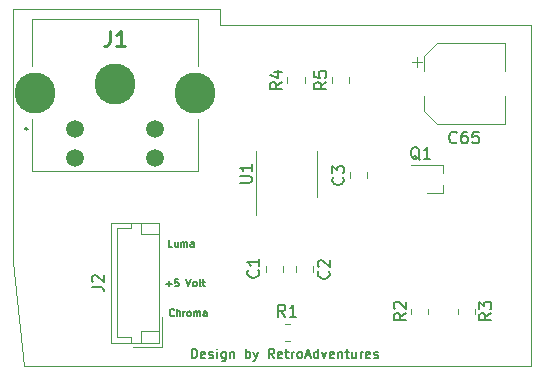
<source format=gbr>
G04 #@! TF.GenerationSoftware,KiCad,Pcbnew,(6.0.10)*
G04 #@! TF.CreationDate,2023-01-19T02:18:08+01:00*
G04 #@! TF.ProjectId,S-VHS ZX Spectrum Rev. D,532d5648-5320-45a5-9820-537065637472,rev?*
G04 #@! TF.SameCoordinates,Original*
G04 #@! TF.FileFunction,Legend,Top*
G04 #@! TF.FilePolarity,Positive*
%FSLAX46Y46*%
G04 Gerber Fmt 4.6, Leading zero omitted, Abs format (unit mm)*
G04 Created by KiCad (PCBNEW (6.0.10)) date 2023-01-19 02:18:08*
%MOMM*%
%LPD*%
G01*
G04 APERTURE LIST*
G04 #@! TA.AperFunction,Profile*
%ADD10C,0.050000*%
G04 #@! TD*
%ADD11C,0.150000*%
%ADD12C,0.200000*%
%ADD13C,0.254000*%
%ADD14C,0.120000*%
%ADD15C,0.100000*%
%ADD16C,1.500000*%
%ADD17C,3.465000*%
G04 APERTURE END LIST*
D10*
X135763000Y-105283000D02*
X136652000Y-114046000D01*
X179578000Y-85217000D02*
X179578000Y-114046000D01*
X135763000Y-83820000D02*
X135763000Y-105283000D01*
X179578000Y-85217000D02*
X153289000Y-85217000D01*
X153289000Y-83820000D02*
X135763000Y-83820000D01*
X179578000Y-114046000D02*
X136652000Y-114046000D01*
X153289000Y-85217000D02*
X153289000Y-83820000D01*
D11*
X149242857Y-103971428D02*
X148957142Y-103971428D01*
X148957142Y-103371428D01*
X149700000Y-103571428D02*
X149700000Y-103971428D01*
X149442857Y-103571428D02*
X149442857Y-103885714D01*
X149471428Y-103942857D01*
X149528571Y-103971428D01*
X149614285Y-103971428D01*
X149671428Y-103942857D01*
X149700000Y-103914285D01*
X149985714Y-103971428D02*
X149985714Y-103571428D01*
X149985714Y-103628571D02*
X150014285Y-103600000D01*
X150071428Y-103571428D01*
X150157142Y-103571428D01*
X150214285Y-103600000D01*
X150242857Y-103657142D01*
X150242857Y-103971428D01*
X150242857Y-103657142D02*
X150271428Y-103600000D01*
X150328571Y-103571428D01*
X150414285Y-103571428D01*
X150471428Y-103600000D01*
X150500000Y-103657142D01*
X150500000Y-103971428D01*
X151042857Y-103971428D02*
X151042857Y-103657142D01*
X151014285Y-103600000D01*
X150957142Y-103571428D01*
X150842857Y-103571428D01*
X150785714Y-103600000D01*
X151042857Y-103942857D02*
X150985714Y-103971428D01*
X150842857Y-103971428D01*
X150785714Y-103942857D01*
X150757142Y-103885714D01*
X150757142Y-103828571D01*
X150785714Y-103771428D01*
X150842857Y-103742857D01*
X150985714Y-103742857D01*
X151042857Y-103714285D01*
X149365714Y-109774285D02*
X149337142Y-109802857D01*
X149251428Y-109831428D01*
X149194285Y-109831428D01*
X149108571Y-109802857D01*
X149051428Y-109745714D01*
X149022857Y-109688571D01*
X148994285Y-109574285D01*
X148994285Y-109488571D01*
X149022857Y-109374285D01*
X149051428Y-109317142D01*
X149108571Y-109260000D01*
X149194285Y-109231428D01*
X149251428Y-109231428D01*
X149337142Y-109260000D01*
X149365714Y-109288571D01*
X149622857Y-109831428D02*
X149622857Y-109231428D01*
X149880000Y-109831428D02*
X149880000Y-109517142D01*
X149851428Y-109460000D01*
X149794285Y-109431428D01*
X149708571Y-109431428D01*
X149651428Y-109460000D01*
X149622857Y-109488571D01*
X150165714Y-109831428D02*
X150165714Y-109431428D01*
X150165714Y-109545714D02*
X150194285Y-109488571D01*
X150222857Y-109460000D01*
X150280000Y-109431428D01*
X150337142Y-109431428D01*
X150622857Y-109831428D02*
X150565714Y-109802857D01*
X150537142Y-109774285D01*
X150508571Y-109717142D01*
X150508571Y-109545714D01*
X150537142Y-109488571D01*
X150565714Y-109460000D01*
X150622857Y-109431428D01*
X150708571Y-109431428D01*
X150765714Y-109460000D01*
X150794285Y-109488571D01*
X150822857Y-109545714D01*
X150822857Y-109717142D01*
X150794285Y-109774285D01*
X150765714Y-109802857D01*
X150708571Y-109831428D01*
X150622857Y-109831428D01*
X151080000Y-109831428D02*
X151080000Y-109431428D01*
X151080000Y-109488571D02*
X151108571Y-109460000D01*
X151165714Y-109431428D01*
X151251428Y-109431428D01*
X151308571Y-109460000D01*
X151337142Y-109517142D01*
X151337142Y-109831428D01*
X151337142Y-109517142D02*
X151365714Y-109460000D01*
X151422857Y-109431428D01*
X151508571Y-109431428D01*
X151565714Y-109460000D01*
X151594285Y-109517142D01*
X151594285Y-109831428D01*
X152137142Y-109831428D02*
X152137142Y-109517142D01*
X152108571Y-109460000D01*
X152051428Y-109431428D01*
X151937142Y-109431428D01*
X151880000Y-109460000D01*
X152137142Y-109802857D02*
X152080000Y-109831428D01*
X151937142Y-109831428D01*
X151880000Y-109802857D01*
X151851428Y-109745714D01*
X151851428Y-109688571D01*
X151880000Y-109631428D01*
X151937142Y-109602857D01*
X152080000Y-109602857D01*
X152137142Y-109574285D01*
X148710000Y-107092857D02*
X149167142Y-107092857D01*
X148938571Y-107321428D02*
X148938571Y-106864285D01*
X149738571Y-106721428D02*
X149452857Y-106721428D01*
X149424285Y-107007142D01*
X149452857Y-106978571D01*
X149510000Y-106950000D01*
X149652857Y-106950000D01*
X149710000Y-106978571D01*
X149738571Y-107007142D01*
X149767142Y-107064285D01*
X149767142Y-107207142D01*
X149738571Y-107264285D01*
X149710000Y-107292857D01*
X149652857Y-107321428D01*
X149510000Y-107321428D01*
X149452857Y-107292857D01*
X149424285Y-107264285D01*
X150395714Y-106721428D02*
X150595714Y-107321428D01*
X150795714Y-106721428D01*
X151081428Y-107321428D02*
X151024285Y-107292857D01*
X150995714Y-107264285D01*
X150967142Y-107207142D01*
X150967142Y-107035714D01*
X150995714Y-106978571D01*
X151024285Y-106950000D01*
X151081428Y-106921428D01*
X151167142Y-106921428D01*
X151224285Y-106950000D01*
X151252857Y-106978571D01*
X151281428Y-107035714D01*
X151281428Y-107207142D01*
X151252857Y-107264285D01*
X151224285Y-107292857D01*
X151167142Y-107321428D01*
X151081428Y-107321428D01*
X151624285Y-107321428D02*
X151567142Y-107292857D01*
X151538571Y-107235714D01*
X151538571Y-106721428D01*
X151767142Y-106921428D02*
X151995714Y-106921428D01*
X151852857Y-106721428D02*
X151852857Y-107235714D01*
X151881428Y-107292857D01*
X151938571Y-107321428D01*
X151995714Y-107321428D01*
D12*
X150883333Y-113391904D02*
X150883333Y-112591904D01*
X151073809Y-112591904D01*
X151188095Y-112630000D01*
X151264285Y-112706190D01*
X151302380Y-112782380D01*
X151340476Y-112934761D01*
X151340476Y-113049047D01*
X151302380Y-113201428D01*
X151264285Y-113277619D01*
X151188095Y-113353809D01*
X151073809Y-113391904D01*
X150883333Y-113391904D01*
X151988095Y-113353809D02*
X151911904Y-113391904D01*
X151759523Y-113391904D01*
X151683333Y-113353809D01*
X151645238Y-113277619D01*
X151645238Y-112972857D01*
X151683333Y-112896666D01*
X151759523Y-112858571D01*
X151911904Y-112858571D01*
X151988095Y-112896666D01*
X152026190Y-112972857D01*
X152026190Y-113049047D01*
X151645238Y-113125238D01*
X152330952Y-113353809D02*
X152407142Y-113391904D01*
X152559523Y-113391904D01*
X152635714Y-113353809D01*
X152673809Y-113277619D01*
X152673809Y-113239523D01*
X152635714Y-113163333D01*
X152559523Y-113125238D01*
X152445238Y-113125238D01*
X152369047Y-113087142D01*
X152330952Y-113010952D01*
X152330952Y-112972857D01*
X152369047Y-112896666D01*
X152445238Y-112858571D01*
X152559523Y-112858571D01*
X152635714Y-112896666D01*
X153016666Y-113391904D02*
X153016666Y-112858571D01*
X153016666Y-112591904D02*
X152978571Y-112630000D01*
X153016666Y-112668095D01*
X153054761Y-112630000D01*
X153016666Y-112591904D01*
X153016666Y-112668095D01*
X153740476Y-112858571D02*
X153740476Y-113506190D01*
X153702380Y-113582380D01*
X153664285Y-113620476D01*
X153588095Y-113658571D01*
X153473809Y-113658571D01*
X153397619Y-113620476D01*
X153740476Y-113353809D02*
X153664285Y-113391904D01*
X153511904Y-113391904D01*
X153435714Y-113353809D01*
X153397619Y-113315714D01*
X153359523Y-113239523D01*
X153359523Y-113010952D01*
X153397619Y-112934761D01*
X153435714Y-112896666D01*
X153511904Y-112858571D01*
X153664285Y-112858571D01*
X153740476Y-112896666D01*
X154121428Y-112858571D02*
X154121428Y-113391904D01*
X154121428Y-112934761D02*
X154159523Y-112896666D01*
X154235714Y-112858571D01*
X154350000Y-112858571D01*
X154426190Y-112896666D01*
X154464285Y-112972857D01*
X154464285Y-113391904D01*
X155454761Y-113391904D02*
X155454761Y-112591904D01*
X155454761Y-112896666D02*
X155530952Y-112858571D01*
X155683333Y-112858571D01*
X155759523Y-112896666D01*
X155797619Y-112934761D01*
X155835714Y-113010952D01*
X155835714Y-113239523D01*
X155797619Y-113315714D01*
X155759523Y-113353809D01*
X155683333Y-113391904D01*
X155530952Y-113391904D01*
X155454761Y-113353809D01*
X156102380Y-112858571D02*
X156292857Y-113391904D01*
X156483333Y-112858571D02*
X156292857Y-113391904D01*
X156216666Y-113582380D01*
X156178571Y-113620476D01*
X156102380Y-113658571D01*
X157854761Y-113391904D02*
X157588095Y-113010952D01*
X157397619Y-113391904D02*
X157397619Y-112591904D01*
X157702380Y-112591904D01*
X157778571Y-112630000D01*
X157816666Y-112668095D01*
X157854761Y-112744285D01*
X157854761Y-112858571D01*
X157816666Y-112934761D01*
X157778571Y-112972857D01*
X157702380Y-113010952D01*
X157397619Y-113010952D01*
X158502380Y-113353809D02*
X158426190Y-113391904D01*
X158273809Y-113391904D01*
X158197619Y-113353809D01*
X158159523Y-113277619D01*
X158159523Y-112972857D01*
X158197619Y-112896666D01*
X158273809Y-112858571D01*
X158426190Y-112858571D01*
X158502380Y-112896666D01*
X158540476Y-112972857D01*
X158540476Y-113049047D01*
X158159523Y-113125238D01*
X158769047Y-112858571D02*
X159073809Y-112858571D01*
X158883333Y-112591904D02*
X158883333Y-113277619D01*
X158921428Y-113353809D01*
X158997619Y-113391904D01*
X159073809Y-113391904D01*
X159340476Y-113391904D02*
X159340476Y-112858571D01*
X159340476Y-113010952D02*
X159378571Y-112934761D01*
X159416666Y-112896666D01*
X159492857Y-112858571D01*
X159569047Y-112858571D01*
X159950000Y-113391904D02*
X159873809Y-113353809D01*
X159835714Y-113315714D01*
X159797619Y-113239523D01*
X159797619Y-113010952D01*
X159835714Y-112934761D01*
X159873809Y-112896666D01*
X159950000Y-112858571D01*
X160064285Y-112858571D01*
X160140476Y-112896666D01*
X160178571Y-112934761D01*
X160216666Y-113010952D01*
X160216666Y-113239523D01*
X160178571Y-113315714D01*
X160140476Y-113353809D01*
X160064285Y-113391904D01*
X159950000Y-113391904D01*
X160521428Y-113163333D02*
X160902380Y-113163333D01*
X160445238Y-113391904D02*
X160711904Y-112591904D01*
X160978571Y-113391904D01*
X161588095Y-113391904D02*
X161588095Y-112591904D01*
X161588095Y-113353809D02*
X161511904Y-113391904D01*
X161359523Y-113391904D01*
X161283333Y-113353809D01*
X161245238Y-113315714D01*
X161207142Y-113239523D01*
X161207142Y-113010952D01*
X161245238Y-112934761D01*
X161283333Y-112896666D01*
X161359523Y-112858571D01*
X161511904Y-112858571D01*
X161588095Y-112896666D01*
X161892857Y-112858571D02*
X162083333Y-113391904D01*
X162273809Y-112858571D01*
X162883333Y-113353809D02*
X162807142Y-113391904D01*
X162654761Y-113391904D01*
X162578571Y-113353809D01*
X162540476Y-113277619D01*
X162540476Y-112972857D01*
X162578571Y-112896666D01*
X162654761Y-112858571D01*
X162807142Y-112858571D01*
X162883333Y-112896666D01*
X162921428Y-112972857D01*
X162921428Y-113049047D01*
X162540476Y-113125238D01*
X163264285Y-112858571D02*
X163264285Y-113391904D01*
X163264285Y-112934761D02*
X163302380Y-112896666D01*
X163378571Y-112858571D01*
X163492857Y-112858571D01*
X163569047Y-112896666D01*
X163607142Y-112972857D01*
X163607142Y-113391904D01*
X163873809Y-112858571D02*
X164178571Y-112858571D01*
X163988095Y-112591904D02*
X163988095Y-113277619D01*
X164026190Y-113353809D01*
X164102380Y-113391904D01*
X164178571Y-113391904D01*
X164788095Y-112858571D02*
X164788095Y-113391904D01*
X164445238Y-112858571D02*
X164445238Y-113277619D01*
X164483333Y-113353809D01*
X164559523Y-113391904D01*
X164673809Y-113391904D01*
X164750000Y-113353809D01*
X164788095Y-113315714D01*
X165169047Y-113391904D02*
X165169047Y-112858571D01*
X165169047Y-113010952D02*
X165207142Y-112934761D01*
X165245238Y-112896666D01*
X165321428Y-112858571D01*
X165397619Y-112858571D01*
X165969047Y-113353809D02*
X165892857Y-113391904D01*
X165740476Y-113391904D01*
X165664285Y-113353809D01*
X165626190Y-113277619D01*
X165626190Y-112972857D01*
X165664285Y-112896666D01*
X165740476Y-112858571D01*
X165892857Y-112858571D01*
X165969047Y-112896666D01*
X166007142Y-112972857D01*
X166007142Y-113049047D01*
X165626190Y-113125238D01*
X166311904Y-113353809D02*
X166388095Y-113391904D01*
X166540476Y-113391904D01*
X166616666Y-113353809D01*
X166654761Y-113277619D01*
X166654761Y-113239523D01*
X166616666Y-113163333D01*
X166540476Y-113125238D01*
X166426190Y-113125238D01*
X166350000Y-113087142D01*
X166311904Y-113010952D01*
X166311904Y-112972857D01*
X166350000Y-112896666D01*
X166426190Y-112858571D01*
X166540476Y-112858571D01*
X166616666Y-112896666D01*
D11*
X163657142Y-98096666D02*
X163704761Y-98144285D01*
X163752380Y-98287142D01*
X163752380Y-98382380D01*
X163704761Y-98525238D01*
X163609523Y-98620476D01*
X163514285Y-98668095D01*
X163323809Y-98715714D01*
X163180952Y-98715714D01*
X162990476Y-98668095D01*
X162895238Y-98620476D01*
X162800000Y-98525238D01*
X162752380Y-98382380D01*
X162752380Y-98287142D01*
X162800000Y-98144285D01*
X162847619Y-98096666D01*
X162752380Y-97763333D02*
X162752380Y-97144285D01*
X163133333Y-97477619D01*
X163133333Y-97334761D01*
X163180952Y-97239523D01*
X163228571Y-97191904D01*
X163323809Y-97144285D01*
X163561904Y-97144285D01*
X163657142Y-97191904D01*
X163704761Y-97239523D01*
X163752380Y-97334761D01*
X163752380Y-97620476D01*
X163704761Y-97715714D01*
X163657142Y-97763333D01*
X173297142Y-95117142D02*
X173249523Y-95164761D01*
X173106666Y-95212380D01*
X173011428Y-95212380D01*
X172868571Y-95164761D01*
X172773333Y-95069523D01*
X172725714Y-94974285D01*
X172678095Y-94783809D01*
X172678095Y-94640952D01*
X172725714Y-94450476D01*
X172773333Y-94355238D01*
X172868571Y-94260000D01*
X173011428Y-94212380D01*
X173106666Y-94212380D01*
X173249523Y-94260000D01*
X173297142Y-94307619D01*
X174154285Y-94212380D02*
X173963809Y-94212380D01*
X173868571Y-94260000D01*
X173820952Y-94307619D01*
X173725714Y-94450476D01*
X173678095Y-94640952D01*
X173678095Y-95021904D01*
X173725714Y-95117142D01*
X173773333Y-95164761D01*
X173868571Y-95212380D01*
X174059047Y-95212380D01*
X174154285Y-95164761D01*
X174201904Y-95117142D01*
X174249523Y-95021904D01*
X174249523Y-94783809D01*
X174201904Y-94688571D01*
X174154285Y-94640952D01*
X174059047Y-94593333D01*
X173868571Y-94593333D01*
X173773333Y-94640952D01*
X173725714Y-94688571D01*
X173678095Y-94783809D01*
X175154285Y-94212380D02*
X174678095Y-94212380D01*
X174630476Y-94688571D01*
X174678095Y-94640952D01*
X174773333Y-94593333D01*
X175011428Y-94593333D01*
X175106666Y-94640952D01*
X175154285Y-94688571D01*
X175201904Y-94783809D01*
X175201904Y-95021904D01*
X175154285Y-95117142D01*
X175106666Y-95164761D01*
X175011428Y-95212380D01*
X174773333Y-95212380D01*
X174678095Y-95164761D01*
X174630476Y-95117142D01*
D13*
X143946666Y-85664523D02*
X143946666Y-86571666D01*
X143886190Y-86753095D01*
X143765238Y-86874047D01*
X143583809Y-86934523D01*
X143462857Y-86934523D01*
X145216666Y-86934523D02*
X144490952Y-86934523D01*
X144853809Y-86934523D02*
X144853809Y-85664523D01*
X144732857Y-85845952D01*
X144611904Y-85966904D01*
X144490952Y-86027380D01*
D11*
X168982380Y-109593666D02*
X168506190Y-109927000D01*
X168982380Y-110165095D02*
X167982380Y-110165095D01*
X167982380Y-109784142D01*
X168030000Y-109688904D01*
X168077619Y-109641285D01*
X168172857Y-109593666D01*
X168315714Y-109593666D01*
X168410952Y-109641285D01*
X168458571Y-109688904D01*
X168506190Y-109784142D01*
X168506190Y-110165095D01*
X168077619Y-109212714D02*
X168030000Y-109165095D01*
X167982380Y-109069857D01*
X167982380Y-108831761D01*
X168030000Y-108736523D01*
X168077619Y-108688904D01*
X168172857Y-108641285D01*
X168268095Y-108641285D01*
X168410952Y-108688904D01*
X168982380Y-109260333D01*
X168982380Y-108641285D01*
X158512380Y-90023666D02*
X158036190Y-90357000D01*
X158512380Y-90595095D02*
X157512380Y-90595095D01*
X157512380Y-90214142D01*
X157560000Y-90118904D01*
X157607619Y-90071285D01*
X157702857Y-90023666D01*
X157845714Y-90023666D01*
X157940952Y-90071285D01*
X157988571Y-90118904D01*
X158036190Y-90214142D01*
X158036190Y-90595095D01*
X157845714Y-89166523D02*
X158512380Y-89166523D01*
X157464761Y-89404619D02*
X158179047Y-89642714D01*
X158179047Y-89023666D01*
X162261380Y-90023666D02*
X161785190Y-90357000D01*
X162261380Y-90595095D02*
X161261380Y-90595095D01*
X161261380Y-90214142D01*
X161309000Y-90118904D01*
X161356619Y-90071285D01*
X161451857Y-90023666D01*
X161594714Y-90023666D01*
X161689952Y-90071285D01*
X161737571Y-90118904D01*
X161785190Y-90214142D01*
X161785190Y-90595095D01*
X161261380Y-89118904D02*
X161261380Y-89595095D01*
X161737571Y-89642714D01*
X161689952Y-89595095D01*
X161642333Y-89499857D01*
X161642333Y-89261761D01*
X161689952Y-89166523D01*
X161737571Y-89118904D01*
X161832809Y-89071285D01*
X162070904Y-89071285D01*
X162166142Y-89118904D01*
X162213761Y-89166523D01*
X162261380Y-89261761D01*
X162261380Y-89499857D01*
X162213761Y-89595095D01*
X162166142Y-89642714D01*
X154952380Y-98551904D02*
X155761904Y-98551904D01*
X155857142Y-98504285D01*
X155904761Y-98456666D01*
X155952380Y-98361428D01*
X155952380Y-98170952D01*
X155904761Y-98075714D01*
X155857142Y-98028095D01*
X155761904Y-97980476D01*
X154952380Y-97980476D01*
X155952380Y-96980476D02*
X155952380Y-97551904D01*
X155952380Y-97266190D02*
X154952380Y-97266190D01*
X155095238Y-97361428D01*
X155190476Y-97456666D01*
X155238095Y-97551904D01*
X156497142Y-105956666D02*
X156544761Y-106004285D01*
X156592380Y-106147142D01*
X156592380Y-106242380D01*
X156544761Y-106385238D01*
X156449523Y-106480476D01*
X156354285Y-106528095D01*
X156163809Y-106575714D01*
X156020952Y-106575714D01*
X155830476Y-106528095D01*
X155735238Y-106480476D01*
X155640000Y-106385238D01*
X155592380Y-106242380D01*
X155592380Y-106147142D01*
X155640000Y-106004285D01*
X155687619Y-105956666D01*
X156592380Y-105004285D02*
X156592380Y-105575714D01*
X156592380Y-105290000D02*
X155592380Y-105290000D01*
X155735238Y-105385238D01*
X155830476Y-105480476D01*
X155878095Y-105575714D01*
X162457142Y-106046666D02*
X162504761Y-106094285D01*
X162552380Y-106237142D01*
X162552380Y-106332380D01*
X162504761Y-106475238D01*
X162409523Y-106570476D01*
X162314285Y-106618095D01*
X162123809Y-106665714D01*
X161980952Y-106665714D01*
X161790476Y-106618095D01*
X161695238Y-106570476D01*
X161600000Y-106475238D01*
X161552380Y-106332380D01*
X161552380Y-106237142D01*
X161600000Y-106094285D01*
X161647619Y-106046666D01*
X161647619Y-105665714D02*
X161600000Y-105618095D01*
X161552380Y-105522857D01*
X161552380Y-105284761D01*
X161600000Y-105189523D01*
X161647619Y-105141904D01*
X161742857Y-105094285D01*
X161838095Y-105094285D01*
X161980952Y-105141904D01*
X162552380Y-105713333D01*
X162552380Y-105094285D01*
X158783333Y-109882380D02*
X158450000Y-109406190D01*
X158211904Y-109882380D02*
X158211904Y-108882380D01*
X158592857Y-108882380D01*
X158688095Y-108930000D01*
X158735714Y-108977619D01*
X158783333Y-109072857D01*
X158783333Y-109215714D01*
X158735714Y-109310952D01*
X158688095Y-109358571D01*
X158592857Y-109406190D01*
X158211904Y-109406190D01*
X159735714Y-109882380D02*
X159164285Y-109882380D01*
X159450000Y-109882380D02*
X159450000Y-108882380D01*
X159354761Y-109025238D01*
X159259523Y-109120476D01*
X159164285Y-109168095D01*
X170174761Y-96627619D02*
X170079523Y-96580000D01*
X169984285Y-96484761D01*
X169841428Y-96341904D01*
X169746190Y-96294285D01*
X169650952Y-96294285D01*
X169698571Y-96532380D02*
X169603333Y-96484761D01*
X169508095Y-96389523D01*
X169460476Y-96199047D01*
X169460476Y-95865714D01*
X169508095Y-95675238D01*
X169603333Y-95580000D01*
X169698571Y-95532380D01*
X169889047Y-95532380D01*
X169984285Y-95580000D01*
X170079523Y-95675238D01*
X170127142Y-95865714D01*
X170127142Y-96199047D01*
X170079523Y-96389523D01*
X169984285Y-96484761D01*
X169889047Y-96532380D01*
X169698571Y-96532380D01*
X171079523Y-96532380D02*
X170508095Y-96532380D01*
X170793809Y-96532380D02*
X170793809Y-95532380D01*
X170698571Y-95675238D01*
X170603333Y-95770476D01*
X170508095Y-95818095D01*
X176219380Y-109593666D02*
X175743190Y-109927000D01*
X176219380Y-110165095D02*
X175219380Y-110165095D01*
X175219380Y-109784142D01*
X175267000Y-109688904D01*
X175314619Y-109641285D01*
X175409857Y-109593666D01*
X175552714Y-109593666D01*
X175647952Y-109641285D01*
X175695571Y-109688904D01*
X175743190Y-109784142D01*
X175743190Y-110165095D01*
X175219380Y-109260333D02*
X175219380Y-108641285D01*
X175600333Y-108974619D01*
X175600333Y-108831761D01*
X175647952Y-108736523D01*
X175695571Y-108688904D01*
X175790809Y-108641285D01*
X176028904Y-108641285D01*
X176124142Y-108688904D01*
X176171761Y-108736523D01*
X176219380Y-108831761D01*
X176219380Y-109117476D01*
X176171761Y-109212714D01*
X176124142Y-109260333D01*
X142412380Y-107363333D02*
X143126666Y-107363333D01*
X143269523Y-107410952D01*
X143364761Y-107506190D01*
X143412380Y-107649047D01*
X143412380Y-107744285D01*
X142507619Y-106934761D02*
X142460000Y-106887142D01*
X142412380Y-106791904D01*
X142412380Y-106553809D01*
X142460000Y-106458571D01*
X142507619Y-106410952D01*
X142602857Y-106363333D01*
X142698095Y-106363333D01*
X142840952Y-106410952D01*
X143412380Y-106982380D01*
X143412380Y-106363333D01*
D14*
X165715000Y-98191252D02*
X165715000Y-97668748D01*
X164245000Y-98191252D02*
X164245000Y-97668748D01*
X169552500Y-88322500D02*
X170340000Y-88322500D01*
X170580000Y-87824437D02*
X170580000Y-89110000D01*
X170580000Y-92515563D02*
X171644437Y-93580000D01*
X170580000Y-87824437D02*
X171644437Y-86760000D01*
X177400000Y-86760000D02*
X177400000Y-89110000D01*
X170580000Y-92515563D02*
X170580000Y-91230000D01*
X171644437Y-93580000D02*
X177400000Y-93580000D01*
X177400000Y-93580000D02*
X177400000Y-91230000D01*
X169946250Y-87928750D02*
X169946250Y-88716250D01*
X171644437Y-86760000D02*
X177400000Y-86760000D01*
D12*
X136770000Y-93980000D02*
X136770000Y-93980000D01*
X136970000Y-93980000D02*
X136970000Y-93980000D01*
D15*
X151370000Y-84680000D02*
X151370000Y-88680000D01*
X137370000Y-97580000D02*
X151370000Y-97580000D01*
X137370000Y-88680000D02*
X137370000Y-84680000D01*
X137370000Y-84680000D02*
X151370000Y-84680000D01*
X137370000Y-93180000D02*
X137370000Y-97580000D01*
X151370000Y-97580000D02*
X151370000Y-93180000D01*
D12*
X136770000Y-93980000D02*
G75*
G03*
X136970000Y-93980000I100000J0D01*
G01*
X136970000Y-93980000D02*
G75*
G03*
X136770000Y-93980000I-100000J0D01*
G01*
D14*
X169445000Y-109654064D02*
X169445000Y-109199936D01*
X170915000Y-109654064D02*
X170915000Y-109199936D01*
X158975000Y-90084064D02*
X158975000Y-89629936D01*
X160445000Y-90084064D02*
X160445000Y-89629936D01*
X162724000Y-90084064D02*
X162724000Y-89629936D01*
X164194000Y-90084064D02*
X164194000Y-89629936D01*
X161460000Y-97790000D02*
X161460000Y-99740000D01*
X156340000Y-97790000D02*
X156340000Y-95840000D01*
X161460000Y-97790000D02*
X161460000Y-95840000D01*
X156340000Y-97790000D02*
X156340000Y-101240000D01*
X157145000Y-105618748D02*
X157145000Y-106141252D01*
X158615000Y-105618748D02*
X158615000Y-106141252D01*
X161155000Y-105618748D02*
X161155000Y-106141252D01*
X159685000Y-105618748D02*
X159685000Y-106141252D01*
X159220064Y-110513000D02*
X158765936Y-110513000D01*
X159220064Y-111983000D02*
X158765936Y-111983000D01*
X172165000Y-97070000D02*
X169430000Y-97070000D01*
X172165000Y-98730000D02*
X172165000Y-99390000D01*
X172165000Y-97060000D02*
X172165000Y-97730000D01*
X170755000Y-99390000D02*
X172165000Y-99390000D01*
X173382000Y-109199936D02*
X173382000Y-109654064D01*
X174852000Y-109199936D02*
X174852000Y-109654064D01*
X144550000Y-102420000D02*
X145760000Y-102420000D01*
X146570000Y-102920000D02*
X148070000Y-102920000D01*
X148070000Y-112140000D02*
X148070000Y-101920000D01*
X146570000Y-112140000D02*
X146570000Y-111140000D01*
X148070000Y-101920000D02*
X144050000Y-101920000D01*
X148370000Y-112440000D02*
X148370000Y-109940000D01*
X146570000Y-101920000D02*
X146570000Y-102920000D01*
X144050000Y-112140000D02*
X148070000Y-112140000D01*
X146570000Y-111140000D02*
X148070000Y-111140000D01*
X145760000Y-112140000D02*
X145760000Y-111640000D01*
X145760000Y-111640000D02*
X144550000Y-111640000D01*
X144050000Y-101920000D02*
X144050000Y-112140000D01*
X145870000Y-112440000D02*
X148370000Y-112440000D01*
X144550000Y-111640000D02*
X144550000Y-102420000D01*
X145760000Y-102420000D02*
X145760000Y-101920000D01*
D16*
X140970000Y-93980000D03*
X147770000Y-93980000D03*
X140970000Y-96480000D03*
X147770000Y-96480000D03*
D17*
X137620000Y-90980000D03*
X144370000Y-90180000D03*
X151120000Y-90980000D03*
M02*

</source>
